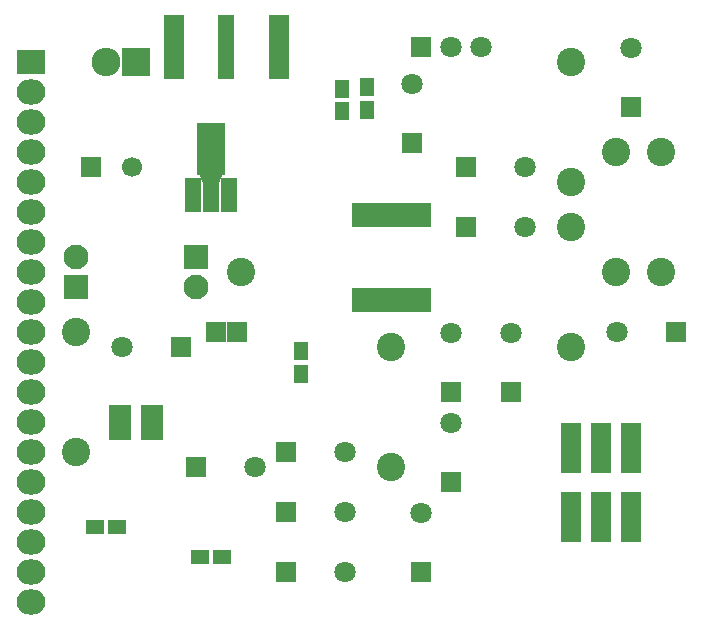
<source format=gts>
G04 #@! TF.FileFunction,Soldermask,Top*
%FSLAX46Y46*%
G04 Gerber Fmt 4.6, Leading zero omitted, Abs format (unit mm)*
G04 Created by KiCad (PCBNEW 4.0.4+e1-6308~48~ubuntu16.04.1-stable) date Mon Oct 24 16:27:50 2016*
%MOMM*%
%LPD*%
G01*
G04 APERTURE LIST*
%ADD10C,0.100000*%
%ADD11R,1.960000X1.050000*%
%ADD12C,1.700000*%
%ADD13R,1.700000X1.700000*%
%ADD14R,1.670000X1.670000*%
%ADD15R,2.432000X2.432000*%
%ADD16O,2.432000X2.432000*%
%ADD17R,1.797000X1.797000*%
%ADD18C,1.797000*%
%ADD19R,1.400760X2.901900*%
%ADD20R,2.398980X4.400500*%
%ADD21C,2.400000*%
%ADD22R,1.670000X5.480000*%
%ADD23R,1.416000X5.480000*%
%ADD24R,0.850000X2.150000*%
%ADD25R,2.432000X2.127200*%
%ADD26O,2.432000X2.127200*%
%ADD27R,1.670000X4.210000*%
%ADD28C,2.398980*%
%ADD29R,1.800000X1.800000*%
%ADD30C,1.800000*%
%ADD31C,2.099260*%
%ADD32R,2.099260X2.099260*%
%ADD33R,1.150000X1.600000*%
%ADD34R,1.600000X1.150000*%
G04 APERTURE END LIST*
D10*
D11*
X54530000Y-117160000D03*
X54530000Y-118110000D03*
X54530000Y-119060000D03*
X57230000Y-119060000D03*
X57230000Y-117160000D03*
X57230000Y-118110000D03*
D12*
X55570000Y-96520000D03*
D13*
X52070000Y-96520000D03*
D14*
X62611000Y-110490000D03*
X64389000Y-110490000D03*
D15*
X55880000Y-87630000D03*
D16*
X53340000Y-87630000D03*
D17*
X80010000Y-86360000D03*
D18*
X82550000Y-86360000D03*
X85090000Y-86360000D03*
D19*
X60728860Y-98872040D03*
X62230000Y-98872040D03*
X63731140Y-98872040D03*
D20*
X62230000Y-94919800D03*
D10*
G36*
X63430760Y-96694650D02*
X62930380Y-97843950D01*
X61529620Y-97843950D01*
X61029240Y-96694650D01*
X63430760Y-96694650D01*
X63430760Y-96694650D01*
G37*
D21*
X64770000Y-105410000D03*
D22*
X59055000Y-86360000D03*
X67945000Y-86360000D03*
D23*
X63500000Y-86360000D03*
D24*
X74545000Y-107740000D03*
X75195000Y-107740000D03*
X75845000Y-107740000D03*
X76495000Y-107740000D03*
X77145000Y-107740000D03*
X77795000Y-107740000D03*
X78445000Y-107740000D03*
X79095000Y-107740000D03*
X79745000Y-107740000D03*
X80395000Y-107740000D03*
X80395000Y-100540000D03*
X79745000Y-100540000D03*
X79095000Y-100540000D03*
X78445000Y-100540000D03*
X77795000Y-100540000D03*
X77145000Y-100540000D03*
X76495000Y-100540000D03*
X75845000Y-100540000D03*
X75195000Y-100540000D03*
X74545000Y-100540000D03*
D25*
X46990000Y-87630000D03*
D26*
X46990000Y-90170000D03*
X46990000Y-92710000D03*
X46990000Y-95250000D03*
X46990000Y-97790000D03*
X46990000Y-100330000D03*
X46990000Y-102870000D03*
X46990000Y-105410000D03*
X46990000Y-107950000D03*
X46990000Y-110490000D03*
X46990000Y-113030000D03*
X46990000Y-115570000D03*
X46990000Y-118110000D03*
X46990000Y-120650000D03*
X46990000Y-123190000D03*
X46990000Y-125730000D03*
X46990000Y-128270000D03*
X46990000Y-130810000D03*
X46990000Y-133350000D03*
D27*
X97790000Y-120269000D03*
X95250000Y-120269000D03*
X92710000Y-120269000D03*
X97790000Y-126111000D03*
X95250000Y-126111000D03*
X92710000Y-126111000D03*
D28*
X100330000Y-105410000D03*
X100330000Y-95250000D03*
X96520000Y-105410000D03*
X96520000Y-95250000D03*
X92710000Y-111760000D03*
X92710000Y-101600000D03*
X92710000Y-87630000D03*
X92710000Y-97790000D03*
X50800000Y-120650000D03*
X50800000Y-110490000D03*
X77470000Y-121920000D03*
X77470000Y-111760000D03*
D29*
X101600000Y-110490000D03*
D30*
X96600000Y-110490000D03*
D29*
X97790000Y-91440000D03*
D30*
X97790000Y-86440000D03*
D29*
X79248000Y-94488000D03*
D30*
X79248000Y-89488000D03*
D29*
X83820000Y-96520000D03*
D30*
X88820000Y-96520000D03*
D29*
X83820000Y-101600000D03*
D30*
X88820000Y-101600000D03*
D29*
X87630000Y-115570000D03*
D30*
X87630000Y-110570000D03*
D29*
X68580000Y-120650000D03*
D30*
X73580000Y-120650000D03*
D29*
X82550000Y-115570000D03*
D30*
X82550000Y-110570000D03*
D29*
X68580000Y-130810000D03*
D30*
X73580000Y-130810000D03*
D29*
X59690000Y-111760000D03*
D30*
X54690000Y-111760000D03*
D29*
X82550000Y-123190000D03*
D30*
X82550000Y-118190000D03*
D29*
X80010000Y-130810000D03*
D30*
X80010000Y-125810000D03*
D29*
X68580000Y-125730000D03*
D30*
X73580000Y-125730000D03*
D29*
X60960000Y-121920000D03*
D30*
X65960000Y-121920000D03*
D31*
X60960520Y-106677460D03*
D32*
X50800520Y-106677460D03*
D31*
X50799480Y-104142540D03*
D32*
X60959480Y-104142540D03*
D33*
X75438000Y-91628000D03*
X75438000Y-89728000D03*
X69850000Y-112080000D03*
X69850000Y-113980000D03*
X73279000Y-91755000D03*
X73279000Y-89855000D03*
D34*
X61280000Y-129540000D03*
X63180000Y-129540000D03*
X52390000Y-127000000D03*
X54290000Y-127000000D03*
M02*

</source>
